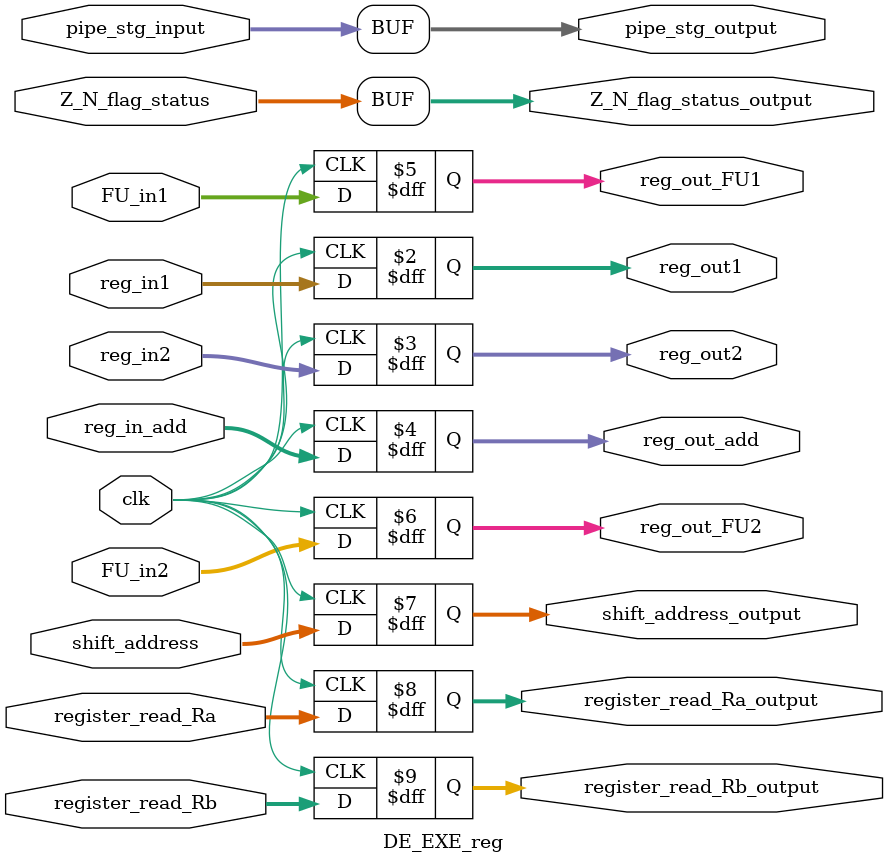
<source format=v>
module DE_EXE_reg( 
    input clk,
    input [7:0] reg_in1,
	 input [7:0] reg_in2,
	 input [7:0] reg_in_add,
	 input [7:0] FU_in1,
	 input [7:0] FU_in2,
	 input wire [3:0] pipe_stg_input,
	 input wire [1:0] register_read_Ra,
  	 input wire [1:0] register_read_Rb,
	 input wire [7:0] Z_N_flag_status,
	 input wire [7:0] shift_address,
	 output reg [7:0] reg_out1,
	 output reg [7:0] reg_out2,
	 output reg [7:0] reg_out_add,
	 output reg [7:0] reg_out_FU1,
	 output reg [7:0] reg_out_FU2,
	 output wire [3:0] pipe_stg_output,
	 output reg [7:0] shift_address_output,
	 output reg [1:0] register_read_Ra_output,
  	 output reg [1:0] register_read_Rb_output,
	 output wire [7:0] Z_N_flag_status_output);
	 
	 
	 assign Z_N_flag_status_output [7:0] = Z_N_flag_status;
	 assign pipe_stg_output [3:0] = pipe_stg_input[3:0];
	 
always @ (posedge clk)
begin
reg_out1 [7:0] = reg_in1 [7:0];
reg_out2 [7:0] = reg_in2 [7:0];
reg_out_add [7:0] = reg_in_add [7:0];
reg_out_FU1 [7:0] = FU_in1 [7:0];
reg_out_FU2 [7:0] = FU_in2 [7:0];

register_read_Ra_output [1:0] = register_read_Ra [1:0];
register_read_Rb_output [1:0] = register_read_Rb [1:0];

shift_address_output [7:0] = shift_address [7:0]; 
end
endmodule
	 
</source>
